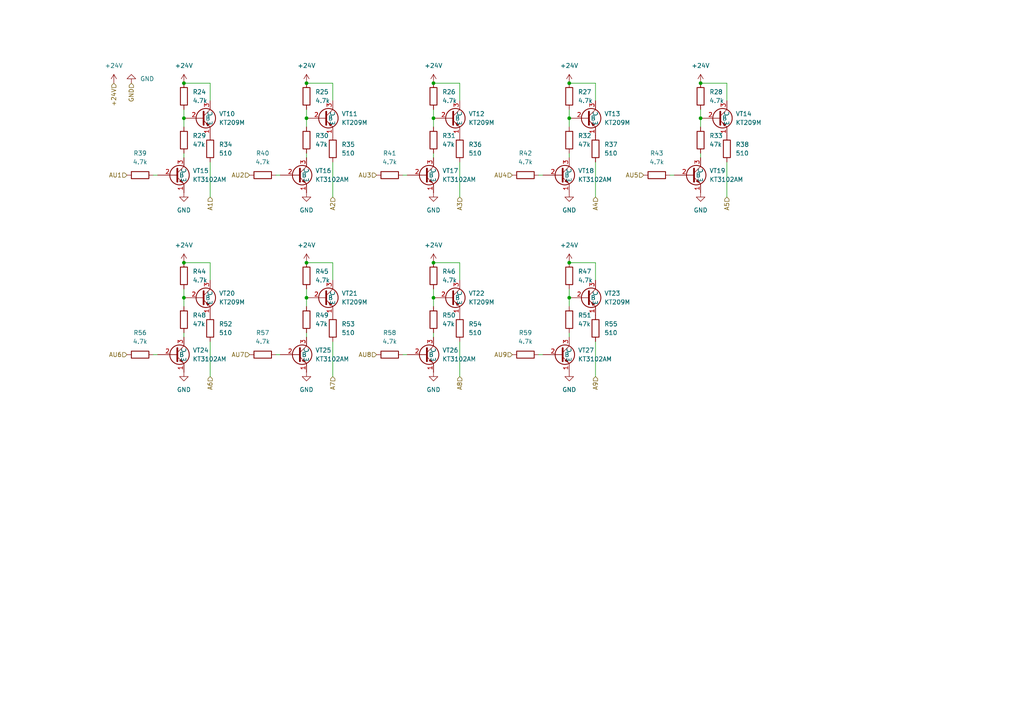
<source format=kicad_sch>
(kicad_sch (version 20211123) (generator eeschema)
  (paper "A4")
  (lib_symbols
    (symbol "Device:R" (pin_numbers hide) (pin_names (offset 0))
      (property "Reference" "R" (at 2.032 0 90))
      (property "Value" "R" (at 0 0 90))
      (symbol "R_0_1"
        (rectangle (start -1.016 -2.54) (end 1.016 2.54) (stroke (width 0.254)))
      )
      (symbol "R_1_1"
        (pin passive line (at 0 3.81 270) (length 1.27) (name "~") (number "1"))
        (pin passive line (at 0 -3.81 90) (length 1.27) (name "~") (number "2"))
      )
    )
    (symbol "ProjectLib:KT3102AM"
      (property "Reference" "VT" (at -2.54 5.08 0))
      (property "Value" "KT3102AM" (at 8.89 5.08 0))
      (symbol "KT3102AM_0_1"
        (polyline (pts (xy -0.635 0.635) (xy 1.27 2.54)))
        (polyline (pts (xy -0.635 -0.635) (xy 1.27 -2.54) (xy 1.27 -2.54)))
        (polyline (pts (xy -0.635 1.905) (xy -0.635 -1.905) (xy -0.635 -1.905)) (stroke (width 0.508)))
        (polyline (pts (xy 0 -1.778) (xy 0.508 -1.27) (xy 1.016 -2.286) (xy 0 -1.778) (xy 0 -1.778)) (fill (type outline)))
        (circle (center 0 0) (radius 2.8194) (stroke (width 0.254)))
      )
      (symbol "KT3102AM_1_1"
        (pin passive line (at 1.27 -5.08 90) (length 2.54) (name "E") (number "1"))
        (pin passive line (at -6.35 0 0) (length 5.715) (name "B") (number "2"))
        (pin passive line (at 1.27 5.08 270) (length 2.54) (name "C") (number "3"))
      )
    )
    (symbol "power:+24V" (power) (pin_names (offset 0))
      (property "Value" "+24V" (at 0 3.556 0))
      (symbol "+24V_0_1"
        (polyline (pts (xy -0.762 1.27) (xy 0 2.54)))
        (polyline (pts (xy 0 0) (xy 0 2.54)))
        (polyline (pts (xy 0 2.54) (xy 0.762 1.27)))
      )
      (symbol "+24V_1_1"
        (pin power_in line (at 0 0 90) (length 0) hide (name "+24V") (number "1"))
      )
    )
    (symbol "power:GND" (power) (pin_names (offset 0))
      (property "Value" "GND" (at 0 -3.81 0))
      (symbol "GND_0_1"
        (polyline (pts (xy 0 0) (xy 0 -1.27) (xy 1.27 -1.27) (xy 0 -2.54) (xy -1.27 -1.27) (xy 0 -1.27)))
      )
      (symbol "GND_1_1"
        (pin power_in line (at 0 0 270) (length 0) hide (name "GND") (number "1"))
      )
    )
    (symbol "КТ209М_1"
      (property "Reference" "VT" (at 5.08 0 0))
      (property "Value" "КТ209М_1" (at 6.35 3.81 0))
      (symbol "КТ209М_1_0_1"
        (polyline (pts (xy -0.635 0.635) (xy 1.27 2.54)))
        (polyline (pts (xy -0.635 -0.635) (xy 1.27 -2.54) (xy 1.27 -2.54)))
        (polyline (pts (xy -0.635 1.905) (xy -0.635 -1.905) (xy -0.635 -1.905)) (stroke (width 0.508)))
        (polyline (pts (xy 1.016 -1.778) (xy 0.508 -2.286) (xy 0 -1.27) (xy 1.016 -1.778) (xy 1.016 -1.778)) (fill (type outline)))
        (circle (center 0 0) (radius 2.8194) (stroke (width 0.254)))
      )
      (symbol "КТ209М_1_1_1"
        (pin passive line (at 1.27 -5.08 90) (length 2.54) (name "E") (number "1"))
        (pin input line (at -6.35 0 0) (length 5.715) (name "B") (number "2"))
        (pin passive line (at 1.27 5.08 270) (length 2.54) (name "C") (number "3"))
      )
    )
  )
  (junction (at 53.34 76.2))
  (junction (at 203.2 24.13))
  (junction (at 88.9 86.36))
  (junction (at 53.34 34.29))
  (junction (at 88.9 76.2))
  (junction (at 165.1 86.36))
  (junction (at 203.2 34.29))
  (junction (at 88.9 24.13))
  (junction (at 125.73 86.36))
  (junction (at 53.34 24.13))
  (junction (at 165.1 76.2))
  (junction (at 165.1 24.13))
  (junction (at 88.9 34.29))
  (junction (at 125.73 24.13))
  (junction (at 125.73 76.2))
  (junction (at 165.1 34.29))
  (junction (at 125.73 34.29))
  (junction (at 53.34 86.36))
  (wire (pts (xy 96.52 24.13) (xy 88.9 24.13)))
  (wire (pts (xy 210.82 57.15) (xy 210.82 46.99)))
  (wire (pts (xy 172.72 81.28) (xy 172.72 76.2)))
  (wire (pts (xy 44.45 102.87) (xy 45.72 102.87)))
  (wire (pts (xy 172.72 24.13) (xy 165.1 24.13)))
  (wire (pts (xy 165.1 83.82) (xy 165.1 86.36)))
  (wire (pts (xy 165.1 31.75) (xy 165.1 34.29)))
  (wire (pts (xy 88.9 83.82) (xy 88.9 86.36)))
  (wire (pts (xy 203.2 31.75) (xy 203.2 34.29)))
  (wire (pts (xy 116.84 50.8) (xy 118.11 50.8)))
  (wire (pts (xy 133.35 76.2) (xy 125.73 76.2)))
  (wire (pts (xy 53.34 31.75) (xy 53.34 34.29)))
  (wire (pts (xy 53.34 96.52) (xy 53.34 97.79)))
  (wire (pts (xy 96.52 81.28) (xy 96.52 76.2)))
  (wire (pts (xy 80.01 50.8) (xy 81.28 50.8)))
  (wire (pts (xy 53.34 83.82) (xy 53.34 86.36)))
  (wire (pts (xy 133.35 57.15) (xy 133.35 46.99)))
  (wire (pts (xy 53.34 44.45) (xy 53.34 45.72)))
  (wire (pts (xy 96.52 57.15) (xy 96.52 46.99)))
  (wire (pts (xy 172.72 57.15) (xy 172.72 46.99)))
  (wire (pts (xy 203.2 44.45) (xy 203.2 45.72)))
  (wire (pts (xy 203.2 34.29) (xy 203.2 36.83)))
  (wire (pts (xy 60.96 109.22) (xy 60.96 99.06)))
  (wire (pts (xy 53.34 34.29) (xy 53.34 36.83)))
  (wire (pts (xy 96.52 76.2) (xy 88.9 76.2)))
  (wire (pts (xy 96.52 109.22) (xy 96.52 99.06)))
  (wire (pts (xy 125.73 83.82) (xy 125.73 86.36)))
  (wire (pts (xy 60.96 24.13) (xy 53.34 24.13)))
  (wire (pts (xy 194.31 50.8) (xy 195.58 50.8)))
  (wire (pts (xy 125.73 31.75) (xy 125.73 34.29)))
  (wire (pts (xy 165.1 34.29) (xy 165.1 36.83)))
  (wire (pts (xy 156.21 102.87) (xy 157.48 102.87)))
  (wire (pts (xy 133.35 81.28) (xy 133.35 76.2)))
  (wire (pts (xy 210.82 24.13) (xy 203.2 24.13)))
  (wire (pts (xy 88.9 31.75) (xy 88.9 34.29)))
  (wire (pts (xy 133.35 109.22) (xy 133.35 99.06)))
  (wire (pts (xy 88.9 34.29) (xy 88.9 36.83)))
  (wire (pts (xy 53.34 86.36) (xy 53.34 88.9)))
  (wire (pts (xy 125.73 86.36) (xy 125.73 88.9)))
  (wire (pts (xy 60.96 29.21) (xy 60.96 24.13)))
  (wire (pts (xy 60.96 81.28) (xy 60.96 76.2)))
  (wire (pts (xy 125.73 96.52) (xy 125.73 97.79)))
  (wire (pts (xy 172.72 76.2) (xy 165.1 76.2)))
  (wire (pts (xy 172.72 109.22) (xy 172.72 99.06)))
  (wire (pts (xy 125.73 34.29) (xy 125.73 36.83)))
  (wire (pts (xy 44.45 50.8) (xy 45.72 50.8)))
  (wire (pts (xy 60.96 57.15) (xy 60.96 46.99)))
  (wire (pts (xy 96.52 29.21) (xy 96.52 24.13)))
  (wire (pts (xy 165.1 86.36) (xy 165.1 88.9)))
  (wire (pts (xy 80.01 102.87) (xy 81.28 102.87)))
  (wire (pts (xy 88.9 96.52) (xy 88.9 97.79)))
  (wire (pts (xy 210.82 29.21) (xy 210.82 24.13)))
  (wire (pts (xy 88.9 44.45) (xy 88.9 45.72)))
  (wire (pts (xy 156.21 50.8) (xy 157.48 50.8)))
  (wire (pts (xy 125.73 44.45) (xy 125.73 45.72)))
  (wire (pts (xy 88.9 86.36) (xy 88.9 88.9)))
  (wire (pts (xy 116.84 102.87) (xy 118.11 102.87)))
  (wire (pts (xy 165.1 44.45) (xy 165.1 45.72)))
  (wire (pts (xy 60.96 76.2) (xy 53.34 76.2)))
  (wire (pts (xy 133.35 24.13) (xy 125.73 24.13)))
  (wire (pts (xy 172.72 29.21) (xy 172.72 24.13)))
  (wire (pts (xy 165.1 96.52) (xy 165.1 97.79)))
  (wire (pts (xy 133.35 29.21) (xy 133.35 24.13)))
  (hierarchical_label "A8" (shape input) (at 133.35 109.22 270))
  (hierarchical_label "AU1" (shape input) (at 36.83 50.8 180))
  (hierarchical_label "A4" (shape input) (at 172.72 57.15 270))
  (hierarchical_label "AU8" (shape input) (at 109.22 102.87 180))
  (hierarchical_label "A1" (shape input) (at 60.96 57.15 270))
  (hierarchical_label "A7" (shape input) (at 96.52 109.22 270))
  (hierarchical_label "A5" (shape input) (at 210.82 57.15 270))
  (hierarchical_label "AU6" (shape input) (at 36.83 102.87 180))
  (hierarchical_label "AU5" (shape input) (at 186.69 50.8 180))
  (hierarchical_label "GND" (shape input) (at 38.1 24.13 270))
  (hierarchical_label "+24V" (shape input) (at 33.02 24.13 270))
  (hierarchical_label "A6" (shape input) (at 60.96 109.22 270))
  (hierarchical_label "A2" (shape input) (at 96.52 57.15 270))
  (hierarchical_label "A9" (shape input) (at 172.72 109.22 270))
  (hierarchical_label "A3" (shape input) (at 133.35 57.15 270))
  (hierarchical_label "AU4" (shape input) (at 148.59 50.8 180))
  (hierarchical_label "AU3" (shape input) (at 109.22 50.8 180))
  (hierarchical_label "AU2" (shape input) (at 72.39 50.8 180))
  (hierarchical_label "AU7" (shape input) (at 72.39 102.87 180))
  (hierarchical_label "AU9" (shape input) (at 148.59 102.87 180))
  (symbol (lib_id "Device:R") (at 88.9 40.64 0) (unit 1)
    (property "Reference" "R30" (at 91.44 39.3699 0) (effects (justify left)))
    (property "Value" "47k" (at 91.44 41.9099 0) (effects (justify left)))
    (property "Footprint" "Resistor_SMD:R_0805_2012Metric" (effects hide))
  )
  (symbol (lib_name "КТ209М_1") (lib_id "ProjectLib:КТ209М") (at 95.25 86.36 0) (unit 1)
    (property "Reference" "VT21" (at 99.06 85.0899 0) (effects (justify left)))
    (property "Value" "КТ209М" (at 99.06 87.6299 0) (effects (justify left)))
    (property "Footprint" "Package_TO_SOT_THT:TO-92_HandSolder" (effects hide))
  )
  (symbol (lib_name "КТ209М_1") (lib_id "ProjectLib:КТ209М") (at 95.25 34.29 0) (unit 1)
    (property "Reference" "VT11" (at 99.06 33.0199 0) (effects (justify left)))
    (property "Value" "КТ209М" (at 99.06 35.5599 0) (effects (justify left)))
    (property "Footprint" "Package_TO_SOT_THT:TO-92_HandSolder" (effects hide))
  )
  (symbol (lib_id "Device:R") (at 133.35 43.18 0) (mirror y) (unit 1)
    (property "Reference" "R36" (at 135.89 41.9099 0) (effects (justify right)))
    (property "Value" "510" (at 135.89 44.4499 0) (effects (justify right)))
    (property "Footprint" "Resistor_SMD:R_0805_2012Metric" (effects hide))
  )
  (symbol (lib_id "ProjectLib:KT3102AM") (at 52.07 50.8 0) (unit 1)
    (property "Reference" "VT15" (at 55.88 49.5299 0) (effects (justify left)))
    (property "Value" "KT3102AM" (at 55.88 52.0699 0) (effects (justify left)))
    (property "Footprint" "Package_TO_SOT_THT:TO-92_HandSolder" (effects hide))
  )
  (symbol (lib_id "Device:R") (at 88.9 27.94 0) (unit 1)
    (property "Reference" "R25" (at 91.44 26.6699 0) (effects (justify left)))
    (property "Value" "4.7k" (at 91.44 29.2099 0) (effects (justify left)))
    (property "Footprint" "Resistor_SMD:R_0805_2012Metric" (effects hide))
  )
  (symbol (lib_id "power:GND") (at 88.9 55.88 0) (unit 1)
    (property "Reference" "#PWR069" (effects hide))
    (property "Value" "GND" (at 88.9 60.96 0))
  )
  (symbol (lib_id "power:GND") (at 53.34 55.88 0) (unit 1)
    (property "Reference" "#PWR068" (effects hide))
    (property "Value" "GND" (at 53.34 60.96 0))
  )
  (symbol (lib_id "Device:R") (at 125.73 92.71 0) (unit 1)
    (property "Reference" "R50" (at 128.27 91.4399 0) (effects (justify left)))
    (property "Value" "47k" (at 128.27 93.9799 0) (effects (justify left)))
    (property "Footprint" "Resistor_SMD:R_0805_2012Metric" (effects hide))
  )
  (symbol (lib_id "Device:R") (at 96.52 43.18 0) (unit 1)
    (property "Reference" "R35" (at 99.06 41.9099 0) (effects (justify left)))
    (property "Value" "510" (at 99.06 44.4499 0) (effects (justify left)))
    (property "Footprint" "Resistor_SMD:R_0805_2012Metric" (effects hide))
  )
  (symbol (lib_id "ProjectLib:KT3102AM") (at 163.83 102.87 0) (unit 1)
    (property "Reference" "VT27" (at 167.64 101.5999 0) (effects (justify left)))
    (property "Value" "KT3102AM" (at 167.64 104.1399 0) (effects (justify left)))
    (property "Footprint" "Package_TO_SOT_THT:TO-92_HandSolder" (effects hide))
  )
  (symbol (lib_id "Device:R") (at 165.1 92.71 0) (unit 1)
    (property "Reference" "R51" (at 167.64 91.4399 0) (effects (justify left)))
    (property "Value" "47k" (at 167.64 93.9799 0) (effects (justify left)))
    (property "Footprint" "Resistor_SMD:R_0805_2012Metric" (effects hide))
  )
  (symbol (lib_id "power:GND") (at 165.1 107.95 0) (unit 1)
    (property "Reference" "#PWR080" (effects hide))
    (property "Value" "GND" (at 165.1 113.03 0))
  )
  (symbol (lib_id "Device:R") (at 152.4 102.87 90) (unit 1)
    (property "Reference" "R59" (at 152.4 96.52 90))
    (property "Value" "4.7k" (at 152.4 99.06 90))
    (property "Footprint" "Resistor_SMD:R_0805_2012Metric" (effects hide))
  )
  (symbol (lib_id "power:+24V") (at 203.2 24.13 0) (unit 1)
    (property "Reference" "#PWR067" (effects hide))
    (property "Value" "+24V" (at 203.2 19.05 0))
  )
  (symbol (lib_id "power:+24V") (at 53.34 24.13 0) (unit 1)
    (property "Reference" "#PWR063" (effects hide))
    (property "Value" "+24V" (at 53.34 19.05 0))
  )
  (symbol (lib_id "ProjectLib:KT3102AM") (at 201.93 50.8 0) (unit 1)
    (property "Reference" "VT19" (at 205.74 49.5299 0) (effects (justify left)))
    (property "Value" "KT3102AM" (at 205.74 52.0699 0) (effects (justify left)))
    (property "Footprint" "Package_TO_SOT_THT:TO-92_HandSolder" (effects hide))
  )
  (symbol (lib_id "Device:R") (at 53.34 80.01 0) (unit 1)
    (property "Reference" "R44" (at 55.88 78.7399 0) (effects (justify left)))
    (property "Value" "4.7k" (at 55.88 81.2799 0) (effects (justify left)))
    (property "Footprint" "Resistor_SMD:R_0805_2012Metric" (effects hide))
  )
  (symbol (lib_id "Device:R") (at 40.64 102.87 90) (unit 1)
    (property "Reference" "R56" (at 40.64 96.52 90))
    (property "Value" "4.7k" (at 40.64 99.06 90))
    (property "Footprint" "Resistor_SMD:R_0805_2012Metric" (effects hide))
  )
  (symbol (lib_id "power:+24V") (at 88.9 76.2 0) (unit 1)
    (property "Reference" "#PWR074" (effects hide))
    (property "Value" "+24V" (at 88.9 71.12 0))
  )
  (symbol (lib_name "КТ209М_1") (lib_id "ProjectLib:КТ209М") (at 171.45 86.36 0) (unit 1)
    (property "Reference" "VT23" (at 175.26 85.0899 0) (effects (justify left)))
    (property "Value" "КТ209М" (at 175.26 87.6299 0) (effects (justify left)))
    (property "Footprint" "Package_TO_SOT_THT:TO-92_HandSolder" (effects hide))
  )
  (symbol (lib_id "Device:R") (at 125.73 27.94 0) (unit 1)
    (property "Reference" "R26" (at 128.27 26.6699 0) (effects (justify left)))
    (property "Value" "4.7k" (at 128.27 29.2099 0) (effects (justify left)))
    (property "Footprint" "Resistor_SMD:R_0805_2012Metric" (effects hide))
  )
  (symbol (lib_id "Device:R") (at 190.5 50.8 90) (unit 1)
    (property "Reference" "R43" (at 190.5 44.45 90))
    (property "Value" "4.7k" (at 190.5 46.99 90))
    (property "Footprint" "Resistor_SMD:R_0805_2012Metric" (effects hide))
  )
  (symbol (lib_id "power:GND") (at 125.73 55.88 0) (unit 1)
    (property "Reference" "#PWR070" (effects hide))
    (property "Value" "GND" (at 125.73 60.96 0))
  )
  (symbol (lib_id "power:+24V") (at 125.73 76.2 0) (unit 1)
    (property "Reference" "#PWR075" (effects hide))
    (property "Value" "+24V" (at 125.73 71.12 0))
  )
  (symbol (lib_id "Device:R") (at 53.34 40.64 0) (unit 1)
    (property "Reference" "R29" (at 55.88 39.3699 0) (effects (justify left)))
    (property "Value" "47k" (at 55.88 41.9099 0) (effects (justify left)))
    (property "Footprint" "Resistor_SMD:R_0805_2012Metric" (effects hide))
  )
  (symbol (lib_id "Device:R") (at 165.1 27.94 0) (unit 1)
    (property "Reference" "R27" (at 167.64 26.6699 0) (effects (justify left)))
    (property "Value" "4.7k" (at 167.64 29.2099 0) (effects (justify left)))
    (property "Footprint" "Resistor_SMD:R_0805_2012Metric" (effects hide))
  )
  (symbol (lib_id "power:GND") (at 125.73 107.95 0) (unit 1)
    (property "Reference" "#PWR079" (effects hide))
    (property "Value" "GND" (at 125.73 113.03 0))
  )
  (symbol (lib_id "power:GND") (at 53.34 107.95 0) (unit 1)
    (property "Reference" "#PWR077" (effects hide))
    (property "Value" "GND" (at 53.34 113.03 0))
  )
  (symbol (lib_id "Device:R") (at 203.2 27.94 0) (unit 1)
    (property "Reference" "R28" (at 205.74 26.6699 0) (effects (justify left)))
    (property "Value" "4.7k" (at 205.74 29.2099 0) (effects (justify left)))
    (property "Footprint" "Resistor_SMD:R_0805_2012Metric" (effects hide))
  )
  (symbol (lib_name "КТ209М_1") (lib_id "ProjectLib:КТ209М") (at 59.69 86.36 0) (unit 1)
    (property "Reference" "VT20" (at 63.5 85.0899 0) (effects (justify left)))
    (property "Value" "КТ209М" (at 63.5 87.6299 0) (effects (justify left)))
    (property "Footprint" "Package_TO_SOT_THT:TO-92_HandSolder" (effects hide))
  )
  (symbol (lib_id "power:+24V") (at 53.34 76.2 0) (unit 1)
    (property "Reference" "#PWR073" (effects hide))
    (property "Value" "+24V" (at 53.34 71.12 0))
  )
  (symbol (lib_id "power:GND") (at 88.9 107.95 0) (unit 1)
    (property "Reference" "#PWR078" (effects hide))
    (property "Value" "GND" (at 88.9 113.03 0))
  )
  (symbol (lib_id "Device:R") (at 152.4 50.8 90) (unit 1)
    (property "Reference" "R42" (at 152.4 44.45 90))
    (property "Value" "4.7k" (at 152.4 46.99 90))
    (property "Footprint" "Resistor_SMD:R_0805_2012Metric" (effects hide))
  )
  (symbol (lib_id "ProjectLib:KT3102AM") (at 87.63 102.87 0) (unit 1)
    (property "Reference" "VT25" (at 91.44 101.5999 0) (effects (justify left)))
    (property "Value" "KT3102AM" (at 91.44 104.1399 0) (effects (justify left)))
    (property "Footprint" "Package_TO_SOT_THT:TO-92_HandSolder" (effects hide))
  )
  (symbol (lib_name "КТ209М_1") (lib_id "ProjectLib:КТ209М") (at 132.08 34.29 0) (unit 1)
    (property "Reference" "VT12" (at 135.89 33.0199 0) (effects (justify left)))
    (property "Value" "КТ209М" (at 135.89 35.5599 0) (effects (justify left)))
    (property "Footprint" "Package_TO_SOT_THT:TO-92_HandSolder" (effects hide))
  )
  (symbol (lib_id "Device:R") (at 60.96 95.25 0) (unit 1)
    (property "Reference" "R52" (at 63.5 93.9799 0) (effects (justify left)))
    (property "Value" "510" (at 63.5 96.5199 0) (effects (justify left)))
    (property "Footprint" "Resistor_SMD:R_0805_2012Metric" (effects hide))
  )
  (symbol (lib_id "Device:R") (at 210.82 43.18 0) (unit 1)
    (property "Reference" "R38" (at 213.36 41.9099 0) (effects (justify left)))
    (property "Value" "510" (at 213.36 44.4499 0) (effects (justify left)))
    (property "Footprint" "Resistor_SMD:R_0805_2012Metric" (effects hide))
  )
  (symbol (lib_id "power:+24V") (at 165.1 76.2 0) (unit 1)
    (property "Reference" "#PWR076" (effects hide))
    (property "Value" "+24V" (at 165.1 71.12 0))
  )
  (symbol (lib_id "power:+24V") (at 125.73 24.13 0) (unit 1)
    (property "Reference" "#PWR065" (effects hide))
    (property "Value" "+24V" (at 125.73 19.05 0))
  )
  (symbol (lib_id "power:GND") (at 165.1 55.88 0) (unit 1)
    (property "Reference" "#PWR071" (effects hide))
    (property "Value" "GND" (at 165.1 60.96 0))
  )
  (symbol (lib_id "Device:R") (at 96.52 95.25 0) (unit 1)
    (property "Reference" "R53" (at 99.06 93.9799 0) (effects (justify left)))
    (property "Value" "510" (at 99.06 96.5199 0) (effects (justify left)))
    (property "Footprint" "Resistor_SMD:R_0805_2012Metric" (effects hide))
  )
  (symbol (lib_id "Device:R") (at 113.03 102.87 90) (unit 1)
    (property "Reference" "R58" (at 113.03 96.52 90))
    (property "Value" "4.7k" (at 113.03 99.06 90))
    (property "Footprint" "Resistor_SMD:R_0805_2012Metric" (effects hide))
  )
  (symbol (lib_id "Device:R") (at 172.72 95.25 0) (unit 1)
    (property "Reference" "R55" (at 175.26 93.9799 0) (effects (justify left)))
    (property "Value" "510" (at 175.26 96.5199 0) (effects (justify left)))
    (property "Footprint" "Resistor_SMD:R_0805_2012Metric" (effects hide))
  )
  (symbol (lib_id "ProjectLib:KT3102AM") (at 52.07 102.87 0) (unit 1)
    (property "Reference" "VT24" (at 55.88 101.5999 0) (effects (justify left)))
    (property "Value" "KT3102AM" (at 55.88 104.1399 0) (effects (justify left)))
    (property "Footprint" "Package_TO_SOT_THT:TO-92_HandSolder" (effects hide))
  )
  (symbol (lib_name "КТ209М_1") (lib_id "ProjectLib:КТ209М") (at 171.45 34.29 0) (unit 1)
    (property "Reference" "VT13" (at 175.26 33.0199 0) (effects (justify left)))
    (property "Value" "КТ209М" (at 175.26 35.5599 0) (effects (justify left)))
    (property "Footprint" "Package_TO_SOT_THT:TO-92_HandSolder" (effects hide))
  )
  (symbol (lib_id "power:+24V") (at 88.9 24.13 0) (unit 1)
    (property "Reference" "#PWR064" (effects hide))
    (property "Value" "+24V" (at 88.9 19.05 0))
  )
  (symbol (lib_id "Device:R") (at 165.1 80.01 0) (unit 1)
    (property "Reference" "R47" (at 167.64 78.7399 0) (effects (justify left)))
    (property "Value" "4.7k" (at 167.64 81.2799 0) (effects (justify left)))
    (property "Footprint" "Resistor_SMD:R_0805_2012Metric" (effects hide))
  )
  (symbol (lib_name "КТ209М_1") (lib_id "ProjectLib:КТ209М") (at 209.55 34.29 0) (unit 1)
    (property "Reference" "VT14" (at 213.36 33.0199 0) (effects (justify left)))
    (property "Value" "КТ209М" (at 213.36 35.5599 0) (effects (justify left)))
    (property "Footprint" "Package_TO_SOT_THT:TO-92_HandSolder" (effects hide))
  )
  (symbol (lib_id "power:GND") (at 38.1 24.13 180) (unit 1)
    (property "Reference" "#PWR062" (effects hide))
    (property "Value" "GND" (at 40.64 22.8599 0) (effects (justify right)))
  )
  (symbol (lib_id "Device:R") (at 125.73 80.01 0) (unit 1)
    (property "Reference" "R46" (at 128.27 78.7399 0) (effects (justify left)))
    (property "Value" "4.7k" (at 128.27 81.2799 0) (effects (justify left)))
    (property "Footprint" "Resistor_SMD:R_0805_2012Metric" (effects hide))
  )
  (symbol (lib_name "КТ209М_1") (lib_id "ProjectLib:КТ209М") (at 59.69 34.29 0) (unit 1)
    (property "Reference" "VT10" (at 63.5 33.0199 0) (effects (justify left)))
    (property "Value" "КТ209М" (at 63.5 35.5599 0) (effects (justify left)))
    (property "Footprint" "Package_TO_SOT_THT:TO-92_HandSolder" (effects hide))
  )
  (symbol (lib_id "Device:R") (at 40.64 50.8 270) (unit 1)
    (property "Reference" "R39" (at 40.64 44.45 90))
    (property "Value" "4.7k" (at 40.64 46.99 90))
    (property "Footprint" "Resistor_SMD:R_0805_2012Metric" (effects hide))
  )
  (symbol (lib_id "Device:R") (at 165.1 40.64 0) (unit 1)
    (property "Reference" "R32" (at 167.64 39.3699 0) (effects (justify left)))
    (property "Value" "47k" (at 167.64 41.9099 0) (effects (justify left)))
    (property "Footprint" "Resistor_SMD:R_0805_2012Metric" (effects hide))
  )
  (symbol (lib_id "Device:R") (at 53.34 92.71 0) (unit 1)
    (property "Reference" "R48" (at 55.88 91.4399 0) (effects (justify left)))
    (property "Value" "47k" (at 55.88 93.9799 0) (effects (justify left)))
    (property "Footprint" "Resistor_SMD:R_0805_2012Metric" (effects hide))
  )
  (symbol (lib_name "КТ209М_1") (lib_id "ProjectLib:КТ209М") (at 132.08 86.36 0) (unit 1)
    (property "Reference" "VT22" (at 135.89 85.0899 0) (effects (justify left)))
    (property "Value" "КТ209М" (at 135.89 87.6299 0) (effects (justify left)))
    (property "Footprint" "Package_TO_SOT_THT:TO-92_HandSolder" (effects hide))
  )
  (symbol (lib_id "Device:R") (at 133.35 95.25 0) (unit 1)
    (property "Reference" "R54" (at 135.89 93.9799 0) (effects (justify left)))
    (property "Value" "510" (at 135.89 96.5199 0) (effects (justify left)))
    (property "Footprint" "Resistor_SMD:R_0805_2012Metric" (effects hide))
  )
  (symbol (lib_id "Device:R") (at 60.96 43.18 0) (unit 1)
    (property "Reference" "R34" (at 63.5 41.9099 0) (effects (justify left)))
    (property "Value" "510" (at 63.5 44.4499 0) (effects (justify left)))
    (property "Footprint" "Resistor_SMD:R_0805_2012Metric" (effects hide))
  )
  (symbol (lib_id "power:+24V") (at 165.1 24.13 0) (unit 1)
    (property "Reference" "#PWR066" (effects hide))
    (property "Value" "+24V" (at 165.1 19.05 0))
  )
  (symbol (lib_id "Device:R") (at 76.2 102.87 90) (unit 1)
    (property "Reference" "R57" (at 76.2 96.52 90))
    (property "Value" "4.7k" (at 76.2 99.06 90))
    (property "Footprint" "Resistor_SMD:R_0805_2012Metric" (effects hide))
  )
  (symbol (lib_id "Device:R") (at 113.03 50.8 90) (unit 1)
    (property "Reference" "R41" (at 113.03 44.45 90))
    (property "Value" "4.7k" (at 113.03 46.99 90))
    (property "Footprint" "Resistor_SMD:R_0805_2012Metric" (effects hide))
  )
  (symbol (lib_id "Device:R") (at 203.2 40.64 0) (unit 1)
    (property "Reference" "R33" (at 205.74 39.3699 0) (effects (justify left)))
    (property "Value" "47k" (at 205.74 41.9099 0) (effects (justify left)))
    (property "Footprint" "Resistor_SMD:R_0805_2012Metric" (effects hide))
  )
  (symbol (lib_id "power:+24V") (at 33.02 24.13 0) (unit 1)
    (property "Reference" "#PWR061" (effects hide))
    (property "Value" "+24V" (at 33.02 19.05 0))
  )
  (symbol (lib_id "ProjectLib:KT3102AM") (at 163.83 50.8 0) (unit 1)
    (property "Reference" "VT18" (at 167.64 49.5299 0) (effects (justify left)))
    (property "Value" "KT3102AM" (at 167.64 52.0699 0) (effects (justify left)))
    (property "Footprint" "Package_TO_SOT_THT:TO-92_HandSolder" (effects hide))
  )
  (symbol (lib_id "Device:R") (at 76.2 50.8 90) (unit 1)
    (property "Reference" "R40" (at 76.2 44.45 90))
    (property "Value" "4.7k" (at 76.2 46.99 90))
    (property "Footprint" "Resistor_SMD:R_0805_2012Metric" (effects hide))
  )
  (symbol (lib_id "ProjectLib:KT3102AM") (at 124.46 50.8 0) (unit 1)
    (property "Reference" "VT17" (at 128.27 49.5299 0) (effects (justify left)))
    (property "Value" "KT3102AM" (at 128.27 52.0699 0) (effects (justify left)))
    (property "Footprint" "Package_TO_SOT_THT:TO-92_HandSolder" (effects hide))
  )
  (symbol (lib_id "ProjectLib:KT3102AM") (at 87.63 50.8 0) (unit 1)
    (property "Reference" "VT16" (at 91.44 49.5299 0) (effects (justify left)))
    (property "Value" "KT3102AM" (at 91.44 52.0699 0) (effects (justify left)))
    (property "Footprint" "Package_TO_SOT_THT:TO-92_HandSolder" (effects hide))
  )
  (symbol (lib_id "Device:R") (at 125.73 40.64 0) (unit 1)
    (property "Reference" "R31" (at 128.27 39.3699 0) (effects (justify left)))
    (property "Value" "47k" (at 128.27 41.9099 0) (effects (justify left)))
    (property "Footprint" "Resistor_SMD:R_0805_2012Metric" (effects hide))
  )
  (symbol (lib_id "Device:R") (at 53.34 27.94 0) (unit 1)
    (property "Reference" "R24" (at 55.88 26.6699 0) (effects (justify left)))
    (property "Value" "4.7k" (at 55.88 29.2099 0) (effects (justify left)))
    (property "Footprint" "Resistor_SMD:R_0805_2012Metric" (effects hide))
  )
  (symbol (lib_id "Device:R") (at 88.9 92.71 0) (unit 1)
    (property "Reference" "R49" (at 91.44 91.4399 0) (effects (justify left)))
    (property "Value" "47k" (at 91.44 93.9799 0) (effects (justify left)))
    (property "Footprint" "Resistor_SMD:R_0805_2012Metric" (effects hide))
  )
  (symbol (lib_id "Device:R") (at 88.9 80.01 0) (unit 1)
    (property "Reference" "R45" (at 91.44 78.7399 0) (effects (justify left)))
    (property "Value" "4.7k" (at 91.44 81.2799 0) (effects (justify left)))
    (property "Footprint" "Resistor_SMD:R_0805_2012Metric" (effects hide))
  )
  (symbol (lib_id "Device:R") (at 172.72 43.18 0) (unit 1)
    (property "Reference" "R37" (at 175.26 41.9099 0) (effects (justify left)))
    (property "Value" "510" (at 175.26 44.4499 0) (effects (justify left)))
    (property "Footprint" "Resistor_SMD:R_0805_2012Metric" (effects hide))
  )
  (symbol (lib_id "ProjectLib:KT3102AM") (at 124.46 102.87 0) (unit 1)
    (property "Reference" "VT26" (at 128.27 101.5999 0) (effects (justify left)))
    (property "Value" "KT3102AM" (at 128.27 104.1399 0) (effects (justify left)))
    (property "Footprint" "Package_TO_SOT_THT:TO-92_HandSolder" (effects hide))
  )
  (symbol (lib_id "power:GND") (at 203.2 55.88 0) (unit 1)
    (property "Reference" "#PWR072" (effects hide))
    (property "Value" "GND" (at 203.2 60.96 0))
  )
)
</source>
